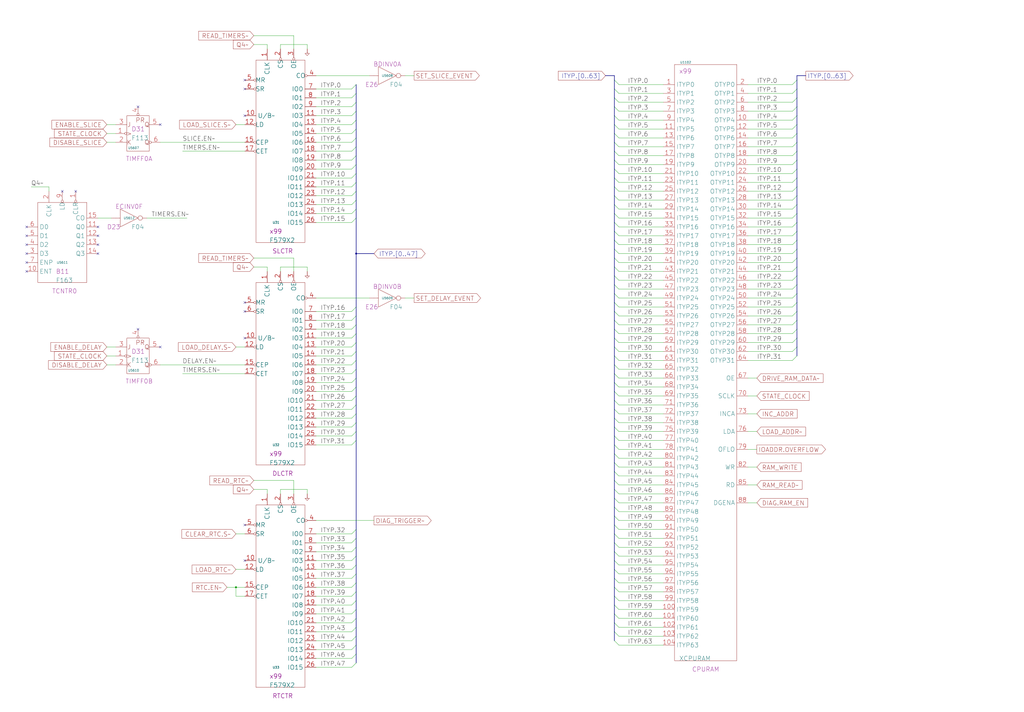
<source format=kicad_sch>
(kicad_sch (version 20230121) (generator eeschema)
  (paper "User" 584.2 406.4)
  (title_block (title "TIMERS") (date "22-SEP-90") (rev "2.0") (comment 1 "IOC") (comment 2 "232-003061") (comment 3 "S400") (comment 4 "RELEASED"))
  (junction (at 203.2 144.78))
  (junction (at 134.62 335.28))
  (no_connect (at 55.88 144.78))
  (no_connect (at 15.24 149.86))
  (no_connect (at 15.24 154.94))
  (no_connect (at 78.74 60.96))
  (no_connect (at 91.44 71.12))
  (no_connect (at 15.24 134.62))
  (no_connect (at 15.24 139.7))
  (no_connect (at 91.44 198.12))
  (no_connect (at 15.24 144.78))
  (no_connect (at 139.7 172.72))
  (no_connect (at 139.7 177.8))
  (no_connect (at 139.7 193.04))
  (no_connect (at 35.56 109.22))
  (no_connect (at 43.18 109.22))
  (no_connect (at 78.74 187.96))
  (no_connect (at 139.7 320.04))
  (no_connect (at 139.7 66.04))
  (no_connect (at 139.7 45.72))
  (no_connect (at 139.7 50.8))
  (no_connect (at 139.7 299.72))
  (no_connect (at 55.88 139.7))
  (no_connect (at 55.88 134.62))
  (no_connect (at 15.24 129.54))
  (no_connect (at 55.88 129.54))
  (bus_entry (at 350.52 269.24) (size 2.54 2.54))
  (bus_entry (at 454.66 203.2) (size -2.54 2.54))
  (bus_entry (at 203.2 180.34) (size -2.54 2.54))
  (bus_entry (at 350.52 71.12) (size 2.54 2.54))
  (bus_entry (at 203.2 58.42) (size -2.54 2.54))
  (bus_entry (at 454.66 111.76) (size -2.54 2.54))
  (bus_entry (at 203.2 302.26) (size -2.54 2.54))
  (bus_entry (at 203.2 68.58) (size -2.54 2.54))
  (bus_entry (at 350.52 45.72) (size 2.54 2.54))
  (bus_entry (at 350.52 345.44) (size 2.54 2.54))
  (bus_entry (at 203.2 48.26) (size -2.54 2.54))
  (bus_entry (at 203.2 220.98) (size -2.54 2.54))
  (bus_entry (at 203.2 109.22) (size -2.54 2.54))
  (bus_entry (at 203.2 200.66) (size -2.54 2.54))
  (bus_entry (at 350.52 167.64) (size 2.54 2.54))
  (bus_entry (at 203.2 226.06) (size -2.54 2.54))
  (bus_entry (at 203.2 195.58) (size -2.54 2.54))
  (bus_entry (at 203.2 124.46) (size -2.54 2.54))
  (bus_entry (at 454.66 76.2) (size -2.54 2.54))
  (bus_entry (at 454.66 187.96) (size -2.54 2.54))
  (bus_entry (at 203.2 307.34) (size -2.54 2.54))
  (bus_entry (at 454.66 162.56) (size -2.54 2.54))
  (bus_entry (at 203.2 236.22) (size -2.54 2.54))
  (bus_entry (at 454.66 193.04) (size -2.54 2.54))
  (bus_entry (at 454.66 91.44) (size -2.54 2.54))
  (bus_entry (at 350.52 248.92) (size 2.54 2.54))
  (bus_entry (at 454.66 152.4) (size -2.54 2.54))
  (bus_entry (at 350.52 213.36) (size 2.54 2.54))
  (bus_entry (at 350.52 91.44) (size 2.54 2.54))
  (bus_entry (at 454.66 198.12) (size -2.54 2.54))
  (bus_entry (at 203.2 78.74) (size -2.54 2.54))
  (bus_entry (at 203.2 312.42) (size -2.54 2.54))
  (bus_entry (at 203.2 119.38) (size -2.54 2.54))
  (bus_entry (at 350.52 254) (size 2.54 2.54))
  (bus_entry (at 350.52 111.76) (size 2.54 2.54))
  (bus_entry (at 350.52 243.84) (size 2.54 2.54))
  (bus_entry (at 454.66 81.28) (size -2.54 2.54))
  (bus_entry (at 350.52 121.92) (size 2.54 2.54))
  (bus_entry (at 350.52 360.68) (size 2.54 2.54))
  (bus_entry (at 350.52 355.6) (size 2.54 2.54))
  (bus_entry (at 350.52 101.6) (size 2.54 2.54))
  (bus_entry (at 350.52 96.52) (size 2.54 2.54))
  (bus_entry (at 454.66 137.16) (size -2.54 2.54))
  (bus_entry (at 350.52 223.52) (size 2.54 2.54))
  (bus_entry (at 454.66 157.48) (size -2.54 2.54))
  (bus_entry (at 350.52 66.04) (size 2.54 2.54))
  (bus_entry (at 203.2 175.26) (size -2.54 2.54))
  (bus_entry (at 454.66 60.96) (size -2.54 2.54))
  (bus_entry (at 350.52 259.08) (size 2.54 2.54))
  (bus_entry (at 203.2 368.3) (size -2.54 2.54))
  (bus_entry (at 350.52 218.44) (size 2.54 2.54))
  (bus_entry (at 350.52 81.28) (size 2.54 2.54))
  (bus_entry (at 203.2 246.38) (size -2.54 2.54))
  (bus_entry (at 350.52 325.12) (size 2.54 2.54))
  (bus_entry (at 350.52 208.28) (size 2.54 2.54))
  (bus_entry (at 454.66 71.12) (size -2.54 2.54))
  (bus_entry (at 350.52 198.12) (size 2.54 2.54))
  (bus_entry (at 350.52 314.96) (size 2.54 2.54))
  (bus_entry (at 350.52 142.24) (size 2.54 2.54))
  (bus_entry (at 203.2 53.34) (size -2.54 2.54))
  (bus_entry (at 454.66 45.72) (size -2.54 2.54))
  (bus_entry (at 350.52 228.6) (size 2.54 2.54))
  (bus_entry (at 454.66 116.84) (size -2.54 2.54))
  (bus_entry (at 350.52 50.8) (size 2.54 2.54))
  (bus_entry (at 203.2 231.14) (size -2.54 2.54))
  (bus_entry (at 203.2 363.22) (size -2.54 2.54))
  (bus_entry (at 203.2 251.46) (size -2.54 2.54))
  (bus_entry (at 350.52 162.56) (size 2.54 2.54))
  (bus_entry (at 454.66 121.92) (size -2.54 2.54))
  (bus_entry (at 350.52 132.08) (size 2.54 2.54))
  (bus_entry (at 203.2 63.5) (size -2.54 2.54))
  (bus_entry (at 203.2 347.98) (size -2.54 2.54))
  (bus_entry (at 350.52 86.36) (size 2.54 2.54))
  (bus_entry (at 454.66 177.8) (size -2.54 2.54))
  (bus_entry (at 454.66 106.68) (size -2.54 2.54))
  (bus_entry (at 350.52 335.28) (size 2.54 2.54))
  (bus_entry (at 454.66 86.36) (size -2.54 2.54))
  (bus_entry (at 203.2 114.3) (size -2.54 2.54))
  (bus_entry (at 203.2 99.06) (size -2.54 2.54))
  (bus_entry (at 454.66 101.6) (size -2.54 2.54))
  (bus_entry (at 350.52 279.4) (size 2.54 2.54))
  (bus_entry (at 203.2 358.14) (size -2.54 2.54))
  (bus_entry (at 350.52 152.4) (size 2.54 2.54))
  (bus_entry (at 350.52 309.88) (size 2.54 2.54))
  (bus_entry (at 350.52 203.2) (size 2.54 2.54))
  (bus_entry (at 350.52 55.88) (size 2.54 2.54))
  (bus_entry (at 454.66 96.52) (size -2.54 2.54))
  (bus_entry (at 454.66 66.04) (size -2.54 2.54))
  (bus_entry (at 350.52 187.96) (size 2.54 2.54))
  (bus_entry (at 203.2 190.5) (size -2.54 2.54))
  (bus_entry (at 203.2 104.14) (size -2.54 2.54))
  (bus_entry (at 350.52 274.32) (size 2.54 2.54))
  (bus_entry (at 454.66 55.88) (size -2.54 2.54))
  (bus_entry (at 350.52 264.16) (size 2.54 2.54))
  (bus_entry (at 454.66 50.8) (size -2.54 2.54))
  (bus_entry (at 203.2 337.82) (size -2.54 2.54))
  (bus_entry (at 350.52 172.72) (size 2.54 2.54))
  (bus_entry (at 350.52 127) (size 2.54 2.54))
  (bus_entry (at 350.52 284.48) (size 2.54 2.54))
  (bus_entry (at 454.66 172.72) (size -2.54 2.54))
  (bus_entry (at 350.52 350.52) (size 2.54 2.54))
  (bus_entry (at 203.2 205.74) (size -2.54 2.54))
  (bus_entry (at 350.52 238.76) (size 2.54 2.54))
  (bus_entry (at 203.2 332.74) (size -2.54 2.54))
  (bus_entry (at 203.2 322.58) (size -2.54 2.54))
  (bus_entry (at 203.2 83.82) (size -2.54 2.54))
  (bus_entry (at 350.52 106.68) (size 2.54 2.54))
  (bus_entry (at 350.52 157.48) (size 2.54 2.54))
  (bus_entry (at 203.2 215.9) (size -2.54 2.54))
  (bus_entry (at 350.52 177.8) (size 2.54 2.54))
  (bus_entry (at 203.2 317.5) (size -2.54 2.54))
  (bus_entry (at 350.52 60.96) (size 2.54 2.54))
  (bus_entry (at 350.52 330.2) (size 2.54 2.54))
  (bus_entry (at 350.52 304.8) (size 2.54 2.54))
  (bus_entry (at 203.2 342.9) (size -2.54 2.54))
  (bus_entry (at 350.52 299.72) (size 2.54 2.54))
  (bus_entry (at 454.66 182.88) (size -2.54 2.54))
  (bus_entry (at 350.52 182.88) (size 2.54 2.54))
  (bus_entry (at 203.2 241.3) (size -2.54 2.54))
  (bus_entry (at 203.2 93.98) (size -2.54 2.54))
  (bus_entry (at 350.52 365.76) (size 2.54 2.54))
  (bus_entry (at 350.52 289.56) (size 2.54 2.54))
  (bus_entry (at 350.52 137.16) (size 2.54 2.54))
  (bus_entry (at 203.2 73.66) (size -2.54 2.54))
  (bus_entry (at 350.52 76.2) (size 2.54 2.54))
  (bus_entry (at 350.52 320.04) (size 2.54 2.54))
  (bus_entry (at 203.2 378.46) (size -2.54 2.54))
  (bus_entry (at 203.2 353.06) (size -2.54 2.54))
  (bus_entry (at 454.66 142.24) (size -2.54 2.54))
  (bus_entry (at 454.66 147.32) (size -2.54 2.54))
  (bus_entry (at 203.2 210.82) (size -2.54 2.54))
  (bus_entry (at 350.52 294.64) (size 2.54 2.54))
  (bus_entry (at 203.2 327.66) (size -2.54 2.54))
  (bus_entry (at 454.66 132.08) (size -2.54 2.54))
  (bus_entry (at 203.2 373.38) (size -2.54 2.54))
  (bus_entry (at 350.52 233.68) (size 2.54 2.54))
  (bus_entry (at 350.52 116.84) (size 2.54 2.54))
  (bus_entry (at 350.52 147.32) (size 2.54 2.54))
  (bus_entry (at 203.2 88.9) (size -2.54 2.54))
  (bus_entry (at 203.2 185.42) (size -2.54 2.54))
  (bus_entry (at 454.66 127) (size -2.54 2.54))
  (bus_entry (at 454.66 167.64) (size -2.54 2.54))
  (bus_entry (at 350.52 340.36) (size 2.54 2.54))
  (bus_entry (at 350.52 193.04) (size 2.54 2.54))
  (wire (pts (xy 426.72 287.02) (xy 431.8 287.02)))
  (wire (pts (xy 353.06 271.78) (xy 378.46 271.78)))
  (bus (pts (xy 350.52 218.44) (xy 350.52 223.52)))
  (bus (pts (xy 203.2 210.82) (xy 203.2 205.74)))
  (wire (pts (xy 180.34 345.44) (xy 200.66 345.44)))
  (bus (pts (xy 203.2 368.3) (xy 203.2 373.38)))
  (wire (pts (xy 452.12 165.1) (xy 426.72 165.1)))
  (wire (pts (xy 426.72 215.9) (xy 431.8 215.9)))
  (bus (pts (xy 203.2 307.34) (xy 203.2 312.42)))
  (bus (pts (xy 203.2 200.66) (xy 203.2 205.74)))
  (wire (pts (xy 180.34 335.28) (xy 200.66 335.28)))
  (bus (pts (xy 350.52 345.44) (xy 350.52 350.52)))
  (bus (pts (xy 350.52 152.4) (xy 350.52 157.48)))
  (bus (pts (xy 350.52 127) (xy 350.52 132.08)))
  (wire (pts (xy 180.34 111.76) (xy 200.66 111.76)))
  (bus (pts (xy 350.52 314.96) (xy 350.52 320.04)))
  (bus (pts (xy 350.52 294.64) (xy 350.52 299.72)))
  (bus (pts (xy 454.66 127) (xy 454.66 132.08)))
  (wire (pts (xy 144.78 147.32) (xy 167.64 147.32)))
  (wire (pts (xy 452.12 83.82) (xy 426.72 83.82)))
  (wire (pts (xy 353.06 160.02) (xy 378.46 160.02)))
  (wire (pts (xy 180.34 91.44) (xy 200.66 91.44)))
  (wire (pts (xy 353.06 170.18) (xy 378.46 170.18)))
  (wire (pts (xy 180.34 340.36) (xy 200.66 340.36)))
  (wire (pts (xy 180.34 375.92) (xy 200.66 375.92)))
  (wire (pts (xy 160.02 27.94) (xy 160.02 25.4)))
  (wire (pts (xy 134.62 335.28) (xy 139.7 335.28)))
  (bus (pts (xy 454.66 116.84) (xy 454.66 121.92)))
  (bus (pts (xy 350.52 259.08) (xy 350.52 264.16)))
  (wire (pts (xy 180.34 320.04) (xy 200.66 320.04)))
  (wire (pts (xy 353.06 205.74) (xy 378.46 205.74)))
  (bus (pts (xy 350.52 254) (xy 350.52 259.08)))
  (wire (pts (xy 353.06 307.34) (xy 378.46 307.34)))
  (bus (pts (xy 350.52 81.28) (xy 350.52 86.36)))
  (wire (pts (xy 452.12 134.62) (xy 426.72 134.62)))
  (bus (pts (xy 350.52 203.2) (xy 350.52 208.28)))
  (bus (pts (xy 454.66 167.64) (xy 454.66 172.72)))
  (wire (pts (xy 180.34 208.28) (xy 200.66 208.28)))
  (wire (pts (xy 353.06 93.98) (xy 378.46 93.98)))
  (wire (pts (xy 452.12 109.22) (xy 426.72 109.22)))
  (wire (pts (xy 180.34 355.6) (xy 200.66 355.6)))
  (wire (pts (xy 452.12 200.66) (xy 426.72 200.66)))
  (wire (pts (xy 160.02 25.4) (xy 175.26 25.4)))
  (wire (pts (xy 353.06 332.74) (xy 378.46 332.74)))
  (wire (pts (xy 91.44 208.28) (xy 139.7 208.28)))
  (wire (pts (xy 426.72 256.54) (xy 431.8 256.54)))
  (bus (pts (xy 203.2 124.46) (xy 203.2 144.78)))
  (bus (pts (xy 454.66 66.04) (xy 454.66 71.12)))
  (bus (pts (xy 203.2 180.34) (xy 203.2 185.42)))
  (wire (pts (xy 180.34 218.44) (xy 200.66 218.44)))
  (wire (pts (xy 353.06 347.98) (xy 378.46 347.98)))
  (wire (pts (xy 353.06 180.34) (xy 378.46 180.34)))
  (wire (pts (xy 180.34 76.2) (xy 200.66 76.2)))
  (wire (pts (xy 452.12 124.46) (xy 426.72 124.46)))
  (wire (pts (xy 452.12 190.5) (xy 426.72 190.5)))
  (wire (pts (xy 353.06 119.38) (xy 378.46 119.38)))
  (wire (pts (xy 353.06 358.14) (xy 378.46 358.14)))
  (wire (pts (xy 175.26 25.4) (xy 175.26 27.94)))
  (bus (pts (xy 454.66 76.2) (xy 454.66 81.28)))
  (bus (pts (xy 350.52 304.8) (xy 350.52 309.88)))
  (wire (pts (xy 353.06 114.3) (xy 378.46 114.3)))
  (wire (pts (xy 180.34 304.8) (xy 200.66 304.8)))
  (wire (pts (xy 353.06 63.5) (xy 378.46 63.5)))
  (wire (pts (xy 426.72 266.7) (xy 431.8 266.7)))
  (wire (pts (xy 180.34 116.84) (xy 200.66 116.84)))
  (wire (pts (xy 353.06 124.46) (xy 378.46 124.46)))
  (wire (pts (xy 353.06 302.26) (xy 378.46 302.26)))
  (bus (pts (xy 203.2 144.78) (xy 203.2 175.26)))
  (wire (pts (xy 452.12 170.18) (xy 426.72 170.18)))
  (bus (pts (xy 203.2 347.98) (xy 203.2 353.06)))
  (bus (pts (xy 203.2 215.9) (xy 203.2 220.98)))
  (wire (pts (xy 353.06 68.58) (xy 378.46 68.58)))
  (bus (pts (xy 203.2 73.66) (xy 203.2 78.74)))
  (wire (pts (xy 452.12 160.02) (xy 426.72 160.02)))
  (wire (pts (xy 180.34 96.52) (xy 200.66 96.52)))
  (wire (pts (xy 353.06 144.78) (xy 378.46 144.78)))
  (wire (pts (xy 452.12 58.42) (xy 426.72 58.42)))
  (wire (pts (xy 353.06 185.42) (xy 378.46 185.42)))
  (wire (pts (xy 353.06 165.1) (xy 378.46 165.1)))
  (wire (pts (xy 452.12 154.94) (xy 426.72 154.94)))
  (wire (pts (xy 167.64 20.32) (xy 167.64 27.94)))
  (bus (pts (xy 350.52 177.8) (xy 350.52 182.88)))
  (wire (pts (xy 452.12 185.42) (xy 426.72 185.42)))
  (bus (pts (xy 350.52 325.12) (xy 350.52 330.2)))
  (wire (pts (xy 180.34 50.8) (xy 200.66 50.8)))
  (bus (pts (xy 203.2 200.66) (xy 203.2 195.58)))
  (bus (pts (xy 454.66 60.96) (xy 454.66 66.04)))
  (bus (pts (xy 203.2 337.82) (xy 203.2 342.9)))
  (bus (pts (xy 350.52 269.24) (xy 350.52 274.32)))
  (bus (pts (xy 454.66 187.96) (xy 454.66 193.04)))
  (bus (pts (xy 203.2 99.06) (xy 203.2 104.14)))
  (wire (pts (xy 180.34 127) (xy 200.66 127)))
  (bus (pts (xy 350.52 71.12) (xy 350.52 76.2)))
  (wire (pts (xy 426.72 236.22) (xy 431.8 236.22)))
  (bus (pts (xy 203.2 312.42) (xy 203.2 317.5)))
  (bus (pts (xy 203.2 220.98) (xy 203.2 226.06)))
  (bus (pts (xy 350.52 187.96) (xy 350.52 193.04)))
  (wire (pts (xy 353.06 190.5) (xy 378.46 190.5)))
  (bus (pts (xy 454.66 81.28) (xy 454.66 86.36)))
  (wire (pts (xy 104.14 213.36) (xy 139.7 213.36)))
  (bus (pts (xy 350.52 91.44) (xy 350.52 96.52)))
  (wire (pts (xy 231.14 170.18) (xy 236.22 170.18)))
  (wire (pts (xy 452.12 180.34) (xy 426.72 180.34)))
  (bus (pts (xy 350.52 238.76) (xy 350.52 243.84)))
  (bus (pts (xy 203.2 63.5) (xy 203.2 68.58)))
  (wire (pts (xy 180.34 243.84) (xy 200.66 243.84)))
  (wire (pts (xy 160.02 152.4) (xy 175.26 152.4)))
  (bus (pts (xy 203.2 226.06) (xy 203.2 231.14)))
  (bus (pts (xy 203.2 363.22) (xy 203.2 368.3)))
  (bus (pts (xy 350.52 66.04) (xy 350.52 71.12)))
  (wire (pts (xy 353.06 256.54) (xy 378.46 256.54)))
  (bus (pts (xy 454.66 177.8) (xy 454.66 182.88)))
  (bus (pts (xy 350.52 121.92) (xy 350.52 127)))
  (wire (pts (xy 27.94 106.68) (xy 27.94 109.22)))
  (wire (pts (xy 60.96 198.12) (xy 66.04 198.12)))
  (wire (pts (xy 353.06 48.26) (xy 378.46 48.26)))
  (wire (pts (xy 452.12 195.58) (xy 426.72 195.58)))
  (wire (pts (xy 180.34 330.2) (xy 200.66 330.2)))
  (wire (pts (xy 353.06 246.38) (xy 378.46 246.38)))
  (bus (pts (xy 350.52 299.72) (xy 350.52 304.8)))
  (wire (pts (xy 180.34 170.18) (xy 210.82 170.18)))
  (wire (pts (xy 160.02 279.4) (xy 175.26 279.4)))
  (bus (pts (xy 350.52 228.6) (xy 350.52 233.68)))
  (bus (pts (xy 350.52 116.84) (xy 350.52 121.92)))
  (wire (pts (xy 452.12 93.98) (xy 426.72 93.98)))
  (bus (pts (xy 350.52 355.6) (xy 350.52 360.68)))
  (wire (pts (xy 353.06 353.06) (xy 378.46 353.06)))
  (wire (pts (xy 160.02 281.94) (xy 160.02 279.4)))
  (wire (pts (xy 180.34 198.12) (xy 200.66 198.12)))
  (wire (pts (xy 152.4 279.4) (xy 152.4 281.94)))
  (bus (pts (xy 350.52 162.56) (xy 350.52 167.64)))
  (wire (pts (xy 60.96 81.28) (xy 66.04 81.28)))
  (wire (pts (xy 452.12 63.5) (xy 426.72 63.5)))
  (wire (pts (xy 353.06 149.86) (xy 378.46 149.86)))
  (bus (pts (xy 203.2 327.66) (xy 203.2 332.74)))
  (wire (pts (xy 353.06 276.86) (xy 378.46 276.86)))
  (bus (pts (xy 345.44 43.18) (xy 350.52 43.18)))
  (wire (pts (xy 353.06 99.06) (xy 378.46 99.06)))
  (bus (pts (xy 350.52 208.28) (xy 350.52 213.36)))
  (wire (pts (xy 134.62 325.12) (xy 139.7 325.12)))
  (wire (pts (xy 353.06 337.82) (xy 378.46 337.82)))
  (wire (pts (xy 353.06 312.42) (xy 378.46 312.42)))
  (wire (pts (xy 353.06 231.14) (xy 378.46 231.14)))
  (wire (pts (xy 452.12 99.06) (xy 426.72 99.06)))
  (wire (pts (xy 60.96 203.2) (xy 66.04 203.2)))
  (wire (pts (xy 144.78 152.4) (xy 152.4 152.4)))
  (wire (pts (xy 353.06 175.26) (xy 378.46 175.26)))
  (wire (pts (xy 134.62 340.36) (xy 134.62 335.28)))
  (wire (pts (xy 180.34 254) (xy 200.66 254)))
  (bus (pts (xy 454.66 121.92) (xy 454.66 127)))
  (wire (pts (xy 180.34 71.12) (xy 200.66 71.12)))
  (wire (pts (xy 353.06 88.9) (xy 378.46 88.9)))
  (bus (pts (xy 454.66 152.4) (xy 454.66 157.48)))
  (bus (pts (xy 350.52 142.24) (xy 350.52 147.32)))
  (wire (pts (xy 353.06 327.66) (xy 378.46 327.66)))
  (bus (pts (xy 203.2 322.58) (xy 203.2 327.66)))
  (wire (pts (xy 353.06 154.94) (xy 378.46 154.94)))
  (wire (pts (xy 353.06 363.22) (xy 378.46 363.22)))
  (bus (pts (xy 350.52 111.76) (xy 350.52 116.84)))
  (wire (pts (xy 180.34 81.28) (xy 200.66 81.28)))
  (wire (pts (xy 353.06 266.7) (xy 378.46 266.7)))
  (bus (pts (xy 203.2 58.42) (xy 203.2 63.5)))
  (bus (pts (xy 454.66 157.48) (xy 454.66 162.56)))
  (wire (pts (xy 452.12 129.54) (xy 426.72 129.54)))
  (wire (pts (xy 353.06 104.14) (xy 378.46 104.14)))
  (bus (pts (xy 350.52 289.56) (xy 350.52 294.64)))
  (bus (pts (xy 203.2 114.3) (xy 203.2 119.38)))
  (wire (pts (xy 180.34 350.52) (xy 200.66 350.52)))
  (bus (pts (xy 350.52 60.96) (xy 350.52 66.04)))
  (bus (pts (xy 203.2 231.14) (xy 203.2 236.22)))
  (wire (pts (xy 353.06 287.02) (xy 378.46 287.02)))
  (wire (pts (xy 180.34 121.92) (xy 200.66 121.92)))
  (bus (pts (xy 454.66 91.44) (xy 454.66 96.52)))
  (wire (pts (xy 353.06 129.54) (xy 378.46 129.54)))
  (wire (pts (xy 104.14 86.36) (xy 139.7 86.36)))
  (bus (pts (xy 203.2 373.38) (xy 203.2 378.46)))
  (wire (pts (xy 144.78 279.4) (xy 152.4 279.4)))
  (bus (pts (xy 350.52 309.88) (xy 350.52 314.96)))
  (wire (pts (xy 60.96 208.28) (xy 66.04 208.28)))
  (wire (pts (xy 353.06 58.42) (xy 378.46 58.42)))
  (bus (pts (xy 350.52 335.28) (xy 350.52 340.36)))
  (wire (pts (xy 17.78 106.68) (xy 27.94 106.68)))
  (wire (pts (xy 160.02 154.94) (xy 160.02 152.4)))
  (wire (pts (xy 180.34 55.88) (xy 200.66 55.88)))
  (wire (pts (xy 353.06 109.22) (xy 378.46 109.22)))
  (bus (pts (xy 454.66 45.72) (xy 454.66 50.8)))
  (bus (pts (xy 350.52 137.16) (xy 350.52 142.24)))
  (wire (pts (xy 353.06 83.82) (xy 378.46 83.82)))
  (wire (pts (xy 452.12 139.7) (xy 426.72 139.7)))
  (bus (pts (xy 454.66 142.24) (xy 454.66 147.32)))
  (wire (pts (xy 134.62 71.12) (xy 139.7 71.12)))
  (bus (pts (xy 203.2 175.26) (xy 203.2 180.34)))
  (bus (pts (xy 203.2 210.82) (xy 203.2 215.9)))
  (wire (pts (xy 353.06 134.62) (xy 378.46 134.62)))
  (wire (pts (xy 452.12 119.38) (xy 426.72 119.38)))
  (bus (pts (xy 350.52 101.6) (xy 350.52 106.68)))
  (wire (pts (xy 353.06 297.18) (xy 378.46 297.18)))
  (wire (pts (xy 452.12 88.9) (xy 426.72 88.9)))
  (wire (pts (xy 91.44 81.28) (xy 139.7 81.28)))
  (bus (pts (xy 203.2 358.14) (xy 203.2 363.22)))
  (bus (pts (xy 350.52 243.84) (xy 350.52 248.92)))
  (wire (pts (xy 180.34 370.84) (xy 200.66 370.84)))
  (wire (pts (xy 180.34 193.04) (xy 200.66 193.04)))
  (wire (pts (xy 353.06 195.58) (xy 378.46 195.58)))
  (wire (pts (xy 144.78 274.32) (xy 167.64 274.32)))
  (wire (pts (xy 353.06 368.3) (xy 378.46 368.3)))
  (bus (pts (xy 350.52 132.08) (xy 350.52 137.16)))
  (bus (pts (xy 454.66 86.36) (xy 454.66 91.44)))
  (wire (pts (xy 353.06 236.22) (xy 378.46 236.22)))
  (bus (pts (xy 454.66 43.18) (xy 454.66 45.72)))
  (bus (pts (xy 350.52 279.4) (xy 350.52 284.48)))
  (wire (pts (xy 353.06 53.34) (xy 378.46 53.34)))
  (wire (pts (xy 180.34 381) (xy 200.66 381)))
  (wire (pts (xy 353.06 322.58) (xy 378.46 322.58)))
  (wire (pts (xy 144.78 20.32) (xy 167.64 20.32)))
  (wire (pts (xy 353.06 73.66) (xy 378.46 73.66)))
  (bus (pts (xy 203.2 109.22) (xy 203.2 114.3)))
  (wire (pts (xy 180.34 233.68) (xy 200.66 233.68)))
  (bus (pts (xy 350.52 43.18) (xy 350.52 45.72)))
  (wire (pts (xy 180.34 177.8) (xy 200.66 177.8)))
  (wire (pts (xy 353.06 139.7) (xy 378.46 139.7)))
  (wire (pts (xy 353.06 210.82) (xy 378.46 210.82)))
  (bus (pts (xy 350.52 193.04) (xy 350.52 198.12)))
  (wire (pts (xy 180.34 182.88) (xy 200.66 182.88)))
  (bus (pts (xy 454.66 106.68) (xy 454.66 111.76)))
  (bus (pts (xy 350.52 157.48) (xy 350.52 162.56)))
  (bus (pts (xy 350.52 213.36) (xy 350.52 218.44)))
  (bus (pts (xy 454.66 111.76) (xy 454.66 116.84)))
  (wire (pts (xy 180.34 101.6) (xy 200.66 101.6)))
  (bus (pts (xy 454.66 137.16) (xy 454.66 142.24)))
  (wire (pts (xy 353.06 215.9) (xy 378.46 215.9)))
  (bus (pts (xy 203.2 124.46) (xy 203.2 119.38)))
  (bus (pts (xy 454.66 132.08) (xy 454.66 137.16)))
  (wire (pts (xy 180.34 43.18) (xy 210.82 43.18)))
  (wire (pts (xy 167.64 274.32) (xy 167.64 281.94)))
  (wire (pts (xy 180.34 365.76) (xy 200.66 365.76)))
  (bus (pts (xy 350.52 167.64) (xy 350.52 172.72)))
  (bus (pts (xy 203.2 78.74) (xy 203.2 83.82)))
  (bus (pts (xy 350.52 223.52) (xy 350.52 228.6)))
  (bus (pts (xy 203.2 241.3) (xy 203.2 246.38)))
  (wire (pts (xy 152.4 152.4) (xy 152.4 154.94)))
  (bus (pts (xy 454.66 198.12) (xy 454.66 203.2)))
  (wire (pts (xy 452.12 175.26) (xy 426.72 175.26)))
  (wire (pts (xy 180.34 314.96) (xy 200.66 314.96)))
  (bus (pts (xy 203.2 241.3) (xy 203.2 236.22)))
  (wire (pts (xy 353.06 220.98) (xy 378.46 220.98)))
  (wire (pts (xy 353.06 261.62) (xy 378.46 261.62)))
  (wire (pts (xy 180.34 309.88) (xy 200.66 309.88)))
  (bus (pts (xy 350.52 76.2) (xy 350.52 81.28)))
  (wire (pts (xy 426.72 246.38) (xy 431.8 246.38)))
  (wire (pts (xy 180.34 325.12) (xy 200.66 325.12)))
  (bus (pts (xy 350.52 233.68) (xy 350.52 238.76)))
  (bus (pts (xy 350.52 330.2) (xy 350.52 335.28)))
  (wire (pts (xy 452.12 48.26) (xy 426.72 48.26)))
  (wire (pts (xy 180.34 238.76) (xy 200.66 238.76)))
  (bus (pts (xy 454.66 43.18) (xy 459.74 43.18)))
  (bus (pts (xy 454.66 182.88) (xy 454.66 187.96)))
  (wire (pts (xy 180.34 203.2) (xy 200.66 203.2)))
  (bus (pts (xy 203.2 190.5) (xy 203.2 195.58)))
  (bus (pts (xy 454.66 172.72) (xy 454.66 177.8)))
  (wire (pts (xy 180.34 228.6) (xy 200.66 228.6)))
  (wire (pts (xy 180.34 223.52) (xy 200.66 223.52)))
  (wire (pts (xy 129.54 335.28) (xy 134.62 335.28)))
  (wire (pts (xy 452.12 53.34) (xy 426.72 53.34)))
  (bus (pts (xy 203.2 251.46) (xy 203.2 246.38)))
  (bus (pts (xy 203.2 302.26) (xy 203.2 307.34)))
  (wire (pts (xy 426.72 226.06) (xy 431.8 226.06)))
  (bus (pts (xy 203.2 53.34) (xy 203.2 58.42)))
  (bus (pts (xy 350.52 264.16) (xy 350.52 269.24)))
  (bus (pts (xy 350.52 50.8) (xy 350.52 55.88)))
  (wire (pts (xy 353.06 226.06) (xy 378.46 226.06)))
  (wire (pts (xy 60.96 76.2) (xy 66.04 76.2)))
  (bus (pts (xy 203.2 332.74) (xy 203.2 337.82)))
  (wire (pts (xy 353.06 292.1) (xy 378.46 292.1)))
  (wire (pts (xy 452.12 114.3) (xy 426.72 114.3)))
  (bus (pts (xy 454.66 50.8) (xy 454.66 55.88)))
  (wire (pts (xy 134.62 198.12) (xy 139.7 198.12)))
  (bus (pts (xy 350.52 340.36) (xy 350.52 345.44)))
  (wire (pts (xy 139.7 340.36) (xy 134.62 340.36)))
  (bus (pts (xy 350.52 172.72) (xy 350.52 177.8)))
  (bus (pts (xy 454.66 71.12) (xy 454.66 76.2)))
  (wire (pts (xy 144.78 25.4) (xy 152.4 25.4)))
  (bus (pts (xy 203.2 302.26) (xy 203.2 251.46)))
  (bus (pts (xy 454.66 55.88) (xy 454.66 60.96)))
  (bus (pts (xy 350.52 86.36) (xy 350.52 91.44)))
  (wire (pts (xy 180.34 60.96) (xy 200.66 60.96)))
  (bus (pts (xy 203.2 48.26) (xy 203.2 53.34)))
  (wire (pts (xy 353.06 251.46) (xy 378.46 251.46)))
  (bus (pts (xy 350.52 248.92) (xy 350.52 254)))
  (wire (pts (xy 60.96 71.12) (xy 66.04 71.12)))
  (bus (pts (xy 350.52 320.04) (xy 350.52 325.12)))
  (wire (pts (xy 353.06 317.5) (xy 378.46 317.5)))
  (bus (pts (xy 454.66 147.32) (xy 454.66 152.4)))
  (bus (pts (xy 203.2 342.9) (xy 203.2 347.98)))
  (wire (pts (xy 452.12 73.66) (xy 426.72 73.66)))
  (bus (pts (xy 350.52 96.52) (xy 350.52 101.6)))
  (bus (pts (xy 350.52 274.32) (xy 350.52 279.4)))
  (bus (pts (xy 454.66 162.56) (xy 454.66 167.64)))
  (bus (pts (xy 203.2 88.9) (xy 203.2 93.98)))
  (wire (pts (xy 180.34 360.68) (xy 200.66 360.68)))
  (wire (pts (xy 452.12 144.78) (xy 426.72 144.78)))
  (wire (pts (xy 452.12 104.14) (xy 426.72 104.14)))
  (wire (pts (xy 353.06 281.94) (xy 378.46 281.94)))
  (bus (pts (xy 203.2 185.42) (xy 203.2 190.5)))
  (wire (pts (xy 134.62 304.8) (xy 139.7 304.8)))
  (wire (pts (xy 180.34 86.36) (xy 200.66 86.36)))
  (wire (pts (xy 353.06 241.3) (xy 378.46 241.3)))
  (bus (pts (xy 454.66 96.52) (xy 454.66 101.6)))
  (bus (pts (xy 203.2 68.58) (xy 203.2 73.66)))
  (wire (pts (xy 452.12 149.86) (xy 426.72 149.86)))
  (wire (pts (xy 180.34 106.68) (xy 200.66 106.68)))
  (wire (pts (xy 231.14 43.18) (xy 236.22 43.18)))
  (bus (pts (xy 203.2 104.14) (xy 203.2 109.22)))
  (wire (pts (xy 180.34 248.92) (xy 200.66 248.92)))
  (wire (pts (xy 452.12 205.74) (xy 426.72 205.74)))
  (bus (pts (xy 350.52 147.32) (xy 350.52 152.4)))
  (bus (pts (xy 350.52 360.68) (xy 350.52 365.76)))
  (bus (pts (xy 454.66 193.04) (xy 454.66 198.12)))
  (wire (pts (xy 55.88 124.46) (xy 63.5 124.46)))
  (bus (pts (xy 203.2 93.98) (xy 203.2 99.06)))
  (bus (pts (xy 350.52 182.88) (xy 350.52 187.96)))
  (wire (pts (xy 353.06 78.74) (xy 378.46 78.74)))
  (bus (pts (xy 350.52 350.52) (xy 350.52 355.6)))
  (wire (pts (xy 167.64 147.32) (xy 167.64 154.94)))
  (bus (pts (xy 350.52 106.68) (xy 350.52 111.76)))
  (wire (pts (xy 452.12 68.58) (xy 426.72 68.58)))
  (wire (pts (xy 180.34 297.18) (xy 213.36 297.18)))
  (bus (pts (xy 454.66 101.6) (xy 454.66 106.68)))
  (wire (pts (xy 83.82 124.46) (xy 106.68 124.46)))
  (bus (pts (xy 350.52 55.88) (xy 350.52 60.96)))
  (bus (pts (xy 203.2 144.78) (xy 213.36 144.78)))
  (wire (pts (xy 175.26 279.4) (xy 175.26 281.94)))
  (wire (pts (xy 180.34 213.36) (xy 200.66 213.36)))
  (wire (pts (xy 353.06 200.66) (xy 378.46 200.66)))
  (wire (pts (xy 152.4 25.4) (xy 152.4 27.94)))
  (bus (pts (xy 203.2 317.5) (xy 203.2 322.58)))
  (wire (pts (xy 180.34 66.04) (xy 200.66 66.04)))
  (bus (pts (xy 350.52 45.72) (xy 350.52 50.8)))
  (bus (pts (xy 350.52 198.12) (xy 350.52 203.2)))
  (wire (pts (xy 426.72 276.86) (xy 431.8 276.86)))
  (bus (pts (xy 350.52 284.48) (xy 350.52 289.56)))
  (wire (pts (xy 175.26 152.4) (xy 175.26 154.94)))
  (wire (pts (xy 180.34 187.96) (xy 200.66 187.96)))
  (bus (pts (xy 203.2 83.82) (xy 203.2 88.9)))
  (wire (pts (xy 353.06 342.9) (xy 378.46 342.9)))
  (wire (pts (xy 452.12 78.74) (xy 426.72 78.74)))
  (bus (pts (xy 203.2 353.06) (xy 203.2 358.14)))
  (label "ITYP.31" (at 431.8 205.74 0) (effects (font (size 2.54 2.54))))
  (label "ITYP.18" (at 358.14 139.7 0) (effects (font (size 2.54 2.54))))
  (label "ITYP.59" (at 358.14 347.98 0) (effects (font (size 2.54 2.54))))
  (label "ITYP.23" (at 182.88 213.36 0) (effects (font (size 2.54 2.54))))
  (label "ITYP.12" (at 431.8 109.22 0) (effects (font (size 2.54 2.54))))
  (label "ITYP.29" (at 358.14 195.58 0) (effects (font (size 2.54 2.54))))
  (label "ITYP.40" (at 358.14 251.46 0) (effects (font (size 2.54 2.54))))
  (label "ITYP.31" (at 182.88 254 0) (effects (font (size 2.54 2.54))))
  (label "ITYP.8" (at 182.88 91.44 0) (effects (font (size 2.54 2.54))))
  (label "ITYP.9" (at 358.14 93.98 0) (effects (font (size 2.54 2.54))))
  (label "ITYP.48" (at 358.14 292.1 0) (effects (font (size 2.54 2.54))))
  (label "ITYP.22" (at 358.14 160.02 0) (effects (font (size 2.54 2.54))))
  (label "ITYP.35" (at 182.88 320.04 0) (effects (font (size 2.54 2.54))))
  (label "ITYP.28" (at 431.8 190.5 0) (effects (font (size 2.54 2.54))))
  (label "ITYP.31" (at 358.14 205.74 0) (effects (font (size 2.54 2.54))))
  (label "ITYP.27" (at 431.8 185.42 0) (effects (font (size 2.54 2.54))))
  (label "ITYP.15" (at 182.88 127 0) (effects (font (size 2.54 2.54))))
  (label "ITYP.29" (at 431.8 195.58 0) (effects (font (size 2.54 2.54))))
  (label "ITYP.8" (at 358.14 88.9 0) (effects (font (size 2.54 2.54))))
  (label "ITYP.36" (at 358.14 231.14 0) (effects (font (size 2.54 2.54))))
  (label "ITYP.15" (at 431.8 124.46 0) (effects (font (size 2.54 2.54))))
  (label "ITYP.19" (at 431.8 144.78 0) (effects (font (size 2.54 2.54))))
  (label "ITYP.47" (at 358.14 287.02 0) (effects (font (size 2.54 2.54))))
  (label "ITYP.52" (at 358.14 312.42 0) (effects (font (size 2.54 2.54))))
  (label "ITYP.16" (at 431.8 129.54 0) (effects (font (size 2.54 2.54))))
  (label "ITYP.34" (at 182.88 314.96 0) (effects (font (size 2.54 2.54))))
  (label "ITYP.5" (at 431.8 73.66 0) (effects (font (size 2.54 2.54))))
  (label "ITYP.38" (at 358.14 241.3 0) (effects (font (size 2.54 2.54))))
  (label "ITYP.51" (at 358.14 307.34 0) (effects (font (size 2.54 2.54))))
  (label "ITYP.7" (at 182.88 86.36 0) (effects (font (size 2.54 2.54))))
  (label "ITYP.17" (at 431.8 134.62 0) (effects (font (size 2.54 2.54))))
  (label "ITYP.11" (at 431.8 104.14 0) (effects (font (size 2.54 2.54))))
  (label "ITYP.7" (at 358.14 83.82 0) (effects (font (size 2.54 2.54))))
  (label "ITYP.25" (at 182.88 223.52 0) (effects (font (size 2.54 2.54))))
  (label "ITYP.16" (at 182.88 177.8 0) (effects (font (size 2.54 2.54))))
  (label "ITYP.22" (at 182.88 208.28 0) (effects (font (size 2.54 2.54))))
  (label "ITYP.5" (at 358.14 73.66 0) (effects (font (size 2.54 2.54))))
  (label "ITYP.49" (at 358.14 297.18 0) (effects (font (size 2.54 2.54))))
  (label "ITYP.6" (at 182.88 81.28 0) (effects (font (size 2.54 2.54))))
  (label "ITYP.44" (at 358.14 271.78 0) (effects (font (size 2.54 2.54))))
  (label "ITYP.30" (at 358.14 200.66 0) (effects (font (size 2.54 2.54))))
  (label "ITYP.39" (at 358.14 246.38 0) (effects (font (size 2.54 2.54))))
  (label "ITYP.12" (at 358.14 109.22 0) (effects (font (size 2.54 2.54))))
  (label "ITYP.37" (at 182.88 330.2 0) (effects (font (size 2.54 2.54))))
  (label "ITYP.19" (at 182.88 193.04 0) (effects (font (size 2.54 2.54))))
  (label "ITYP.2" (at 182.88 60.96 0) (effects (font (size 2.54 2.54))))
  (label "ITYP.46" (at 182.88 375.92 0) (effects (font (size 2.54 2.54))))
  (label "ITYP.37" (at 358.14 236.22 0) (effects (font (size 2.54 2.54))))
  (label "ITYP.17" (at 182.88 182.88 0) (effects (font (size 2.54 2.54))))
  (label "ITYP.9" (at 431.8 93.98 0) (effects (font (size 2.54 2.54))))
  (label "ITYP.46" (at 358.14 281.94 0) (effects (font (size 2.54 2.54))))
  (label "ITYP.55" (at 358.14 327.66 0) (effects (font (size 2.54 2.54))))
  (label "ITYP.60" (at 358.14 353.06 0) (effects (font (size 2.54 2.54))))
  (label "ITYP.25" (at 431.8 175.26 0) (effects (font (size 2.54 2.54))))
  (label "ITYP.19" (at 358.14 144.78 0) (effects (font (size 2.54 2.54))))
  (label "ITYP.7" (at 431.8 83.82 0) (effects (font (size 2.54 2.54))))
  (label "TIMERS.EN~" (at 104.14 213.36 0) (effects (font (size 2.54 2.54))))
  (label "ITYP.47" (at 182.88 381 0) (effects (font (size 2.54 2.54))))
  (label "ITYP.27" (at 182.88 233.68 0) (effects (font (size 2.54 2.54))))
  (label "ITYP.61" (at 358.14 358.14 0) (effects (font (size 2.54 2.54))))
  (label "ITYP.41" (at 182.88 350.52 0) (effects (font (size 2.54 2.54))))
  (label "ITYP.34" (at 358.14 220.98 0) (effects (font (size 2.54 2.54))))
  (label "ITYP.13" (at 358.14 114.3 0) (effects (font (size 2.54 2.54))))
  (label "ITYP.41" (at 358.14 256.54 0) (effects (font (size 2.54 2.54))))
  (label "ITYP.24" (at 431.8 170.18 0) (effects (font (size 2.54 2.54))))
  (label "ITYP.42" (at 358.14 261.62 0) (effects (font (size 2.54 2.54))))
  (label "TIMERS.EN~" (at 104.14 86.36 0) (effects (font (size 2.54 2.54))))
  (label "ITYP.35" (at 358.14 226.06 0) (effects (font (size 2.54 2.54))))
  (label "ITYP.44" (at 182.88 365.76 0) (effects (font (size 2.54 2.54))))
  (label "ITYP.53" (at 358.14 317.5 0) (effects (font (size 2.54 2.54))))
  (label "ITYP.62" (at 358.14 363.22 0) (effects (font (size 2.54 2.54))))
  (label "ITYP.20" (at 358.14 149.86 0) (effects (font (size 2.54 2.54))))
  (label "ITYP.1" (at 358.14 53.34 0) (effects (font (size 2.54 2.54))))
  (label "ITYP.6" (at 431.8 78.74 0) (effects (font (size 2.54 2.54))))
  (label "ITYP.14" (at 358.14 119.38 0) (effects (font (size 2.54 2.54))))
  (label "ITYP.58" (at 358.14 342.9 0) (effects (font (size 2.54 2.54))))
  (label "SLICE.EN~" (at 104.14 81.28 0) (effects (font (size 2.54 2.54))))
  (label "ITYP.20" (at 431.8 149.86 0) (effects (font (size 2.54 2.54))))
  (label "ITYP.1" (at 431.8 53.34 0) (effects (font (size 2.54 2.54))))
  (label "ITYP.21" (at 358.14 154.94 0) (effects (font (size 2.54 2.54))))
  (label "ITYP.30" (at 182.88 248.92 0) (effects (font (size 2.54 2.54))))
  (label "ITYP.0" (at 431.8 48.26 0) (effects (font (size 2.54 2.54))))
  (label "ITYP.18" (at 431.8 139.7 0) (effects (font (size 2.54 2.54))))
  (label "ITYP.6" (at 358.14 78.74 0) (effects (font (size 2.54 2.54))))
  (label "ITYP.3" (at 431.8 63.5 0) (effects (font (size 2.54 2.54))))
  (label "ITYP.22" (at 431.8 160.02 0) (effects (font (size 2.54 2.54))))
  (label "ITYP.10" (at 431.8 99.06 0) (effects (font (size 2.54 2.54))))
  (label "ITYP.24" (at 358.14 170.18 0) (effects (font (size 2.54 2.54))))
  (label "ITYP.29" (at 182.88 243.84 0) (effects (font (size 2.54 2.54))))
  (label "ITYP.56" (at 358.14 332.74 0) (effects (font (size 2.54 2.54))))
  (label "ITYP.14" (at 182.88 121.92 0) (effects (font (size 2.54 2.54))))
  (label "ITYP.26" (at 182.88 228.6 0) (effects (font (size 2.54 2.54))))
  (label "ITYP.20" (at 182.88 198.12 0) (effects (font (size 2.54 2.54))))
  (label "DELAY.EN~" (at 104.14 208.28 0) (effects (font (size 2.54 2.54))))
  (label "ITYP.33" (at 358.14 215.9 0) (effects (font (size 2.54 2.54))))
  (label "ITYP.39" (at 182.88 340.36 0) (effects (font (size 2.54 2.54))))
  (label "ITYP.16" (at 358.14 129.54 0) (effects (font (size 2.54 2.54))))
  (label "ITYP.43" (at 358.14 266.7 0) (effects (font (size 2.54 2.54))))
  (label "ITYP.32" (at 358.14 210.82 0) (effects (font (size 2.54 2.54))))
  (label "ITYP.4" (at 431.8 68.58 0) (effects (font (size 2.54 2.54))))
  (label "ITYP.9" (at 182.88 96.52 0) (effects (font (size 2.54 2.54))))
  (label "ITYP.15" (at 358.14 124.46 0) (effects (font (size 2.54 2.54))))
  (label "ITYP.25" (at 358.14 175.26 0) (effects (font (size 2.54 2.54))))
  (label "ITYP.63" (at 358.14 368.3 0) (effects (font (size 2.54 2.54))))
  (label "ITYP.8" (at 431.8 88.9 0) (effects (font (size 2.54 2.54))))
  (label "ITYP.24" (at 182.88 218.44 0) (effects (font (size 2.54 2.54))))
  (label "ITYP.30" (at 431.8 200.66 0) (effects (font (size 2.54 2.54))))
  (label "ITYP.40" (at 182.88 345.44 0) (effects (font (size 2.54 2.54))))
  (label "ITYP.11" (at 358.14 104.14 0) (effects (font (size 2.54 2.54))))
  (label "ITYP.2" (at 431.8 58.42 0) (effects (font (size 2.54 2.54))))
  (label "ITYP.36" (at 182.88 325.12 0) (effects (font (size 2.54 2.54))))
  (label "ITYP.32" (at 182.88 304.8 0) (effects (font (size 2.54 2.54))))
  (label "ITYP.17" (at 358.14 134.62 0) (effects (font (size 2.54 2.54))))
  (label "ITYP.54" (at 358.14 322.58 0) (effects (font (size 2.54 2.54))))
  (label "ITYP.14" (at 431.8 119.38 0) (effects (font (size 2.54 2.54))))
  (label "ITYP.2" (at 358.14 58.42 0) (effects (font (size 2.54 2.54))))
  (label "ITYP.4" (at 182.88 71.12 0) (effects (font (size 2.54 2.54))))
  (label "ITYP.26" (at 358.14 180.34 0) (effects (font (size 2.54 2.54))))
  (label "ITYP.12" (at 182.88 111.76 0) (effects (font (size 2.54 2.54))))
  (label "ITYP.26" (at 431.8 180.34 0) (effects (font (size 2.54 2.54))))
  (label "ITYP.28" (at 358.14 190.5 0) (effects (font (size 2.54 2.54))))
  (label "ITYP.38" (at 182.88 335.28 0) (effects (font (size 2.54 2.54))))
  (label "ITYP.43" (at 182.88 360.68 0) (effects (font (size 2.54 2.54))))
  (label "ITYP.18" (at 182.88 187.96 0) (effects (font (size 2.54 2.54))))
  (label "ITYP.27" (at 358.14 185.42 0) (effects (font (size 2.54 2.54))))
  (label "ITYP.3" (at 358.14 63.5 0) (effects (font (size 2.54 2.54))))
  (label "ITYP.0" (at 182.88 50.8 0) (effects (font (size 2.54 2.54))))
  (label "ITYP.5" (at 182.88 76.2 0) (effects (font (size 2.54 2.54))))
  (label "ITYP.33" (at 182.88 309.88 0) (effects (font (size 2.54 2.54))))
  (label "ITYP.42" (at 182.88 355.6 0) (effects (font (size 2.54 2.54))))
  (label "TIMERS.EN~" (at 86.36 124.46 0) (effects (font (size 2.54 2.54))))
  (label "ITYP.23" (at 358.14 165.1 0) (effects (font (size 2.54 2.54))))
  (label "ITYP.13" (at 182.88 116.84 0) (effects (font (size 2.54 2.54))))
  (label "Q4~" (at 17.78 106.68 0) (effects (font (size 2.54 2.54))))
  (label "ITYP.23" (at 431.8 165.1 0) (effects (font (size 2.54 2.54))))
  (label "ITYP.10" (at 182.88 101.6 0) (effects (font (size 2.54 2.54))))
  (label "ITYP.1" (at 182.88 55.88 0) (effects (font (size 2.54 2.54))))
  (label "ITYP.11" (at 182.88 106.68 0) (effects (font (size 2.54 2.54))))
  (label "ITYP.0" (at 358.14 48.26 0) (effects (font (size 2.54 2.54))))
  (label "ITYP.50" (at 358.14 302.26 0) (effects (font (size 2.54 2.54))))
  (label "ITYP.3" (at 182.88 66.04 0) (effects (font (size 2.54 2.54))))
  (label "ITYP.45" (at 182.88 370.84 0) (effects (font (size 2.54 2.54))))
  (label "ITYP.4" (at 358.14 68.58 0) (effects (font (size 2.54 2.54))))
  (label "ITYP.21" (at 431.8 154.94 0) (effects (font (size 2.54 2.54))))
  (label "ITYP.57" (at 358.14 337.82 0) (effects (font (size 2.54 2.54))))
  (label "ITYP.10" (at 358.14 99.06 0) (effects (font (size 2.54 2.54))))
  (label "ITYP.21" (at 182.88 203.2 0) (effects (font (size 2.54 2.54))))
  (label "ITYP.45" (at 358.14 276.86 0) (effects (font (size 2.54 2.54))))
  (label "ITYP.13" (at 431.8 114.3 0) (effects (font (size 2.54 2.54))))
  (label "ITYP.28" (at 182.88 238.76 0) (effects (font (size 2.54 2.54))))
  (global_label "DISABLE_DELAY" (shape input) (at 60.96 208.28 180) (effects (font (size 2.54 2.54))) (property "Intersheetrefs" "${INTERSHEET_REFS}" (at 27.7102 208.1213 0) (effects (font (size 1.905 1.905)) (justify right))))
  (global_label "CLEAR_RTC.S~" (shape input) (at 134.62 304.8 180) (effects (font (size 2.54 2.54))) (property "Intersheetrefs" "${INTERSHEET_REFS}" (at 103.7892 304.6413 0) (effects (font (size 1.905 1.905)) (justify right))))
  (global_label "SET_DELAY_EVENT" (shape output) (at 236.22 170.18 0) (effects (font (size 2.54 2.54))) (property "Intersheetrefs" "${INTERSHEET_REFS}" (at 274.187 170.0213 0) (effects (font (size 1.905 1.905)) (justify left))))
  (global_label "READ_TIMERS~" (shape input) (at 144.78 147.32 180) (effects (font (size 2.54 2.54))) (property "Intersheetrefs" "${INTERSHEET_REFS}" (at 113.3445 147.1613 0) (effects (font (size 1.905 1.905)) (justify right))))
  (global_label "SET_SLICE_EVENT" (shape output) (at 236.22 43.18 0) (effects (font (size 2.54 2.54))) (property "Intersheetrefs" "${INTERSHEET_REFS}" (at 273.4612 43.0213 0) (effects (font (size 1.905 1.905)) (justify left))))
  (global_label "INC_ADDR" (shape input) (at 431.8 236.22 0) (effects (font (size 2.54 2.54))) (property "Intersheetrefs" "${INTERSHEET_REFS}" (at 454.7689 236.0613 0) (effects (font (size 1.905 1.905)) (justify left))))
  (global_label "Q4~" (shape input) (at 144.78 152.4 180) (effects (font (size 2.54 2.54))) (property "Intersheetrefs" "${INTERSHEET_REFS}" (at 126.8911 152.2413 0) (effects (font (size 1.905 1.905)) (justify right))))
  (global_label "Q4~" (shape input) (at 144.78 279.4 180) (effects (font (size 2.54 2.54))) (property "Intersheetrefs" "${INTERSHEET_REFS}" (at 126.8911 279.2413 0) (effects (font (size 1.905 1.905)) (justify right))))
  (global_label "LOAD_ADDR~" (shape input) (at 431.8 246.38 0) (effects (font (size 2.54 2.54))) (property "Intersheetrefs" "${INTERSHEET_REFS}" (at 459.607 246.2213 0) (effects (font (size 1.905 1.905)) (justify left))))
  (global_label "IOADDR.OVERFLOW" (shape output) (at 431.8 256.54 0) (effects (font (size 2.54 2.54))) (property "Intersheetrefs" "${INTERSHEET_REFS}" (at 470.9765 256.3813 0) (effects (font (size 1.905 1.905)) (justify left))))
  (global_label "DIAG.RAM_EN" (shape input) (at 431.8 287.02 0) (effects (font (size 2.54 2.54))) (property "Intersheetrefs" "${INTERSHEET_REFS}" (at 460.8165 287.1787 0) (effects (font (size 1.905 1.905)) (justify left))))
  (global_label "READ_RTC~" (shape input) (at 144.78 274.32 180) (effects (font (size 2.54 2.54))) (property "Intersheetrefs" "${INTERSHEET_REFS}" (at 119.634 274.1613 0) (effects (font (size 1.905 1.905)) (justify right))))
  (global_label "STATE_CLOCK" (shape input) (at 60.96 76.2 180) (effects (font (size 2.54 2.54))) (property "Intersheetrefs" "${INTERSHEET_REFS}" (at 31.0969 76.0413 0) (effects (font (size 1.905 1.905)) (justify right))))
  (global_label "LOAD_RTC~" (shape input) (at 134.62 325.12 180) (effects (font (size 2.54 2.54))) (property "Intersheetrefs" "${INTERSHEET_REFS}" (at 109.595 324.9613 0) (effects (font (size 1.905 1.905)) (justify right))))
  (global_label "LOAD_SLICE.S~" (shape input) (at 134.62 71.12 180) (effects (font (size 2.54 2.54))) (property "Intersheetrefs" "${INTERSHEET_REFS}" (at 102.4588 70.9613 0) (effects (font (size 1.905 1.905)) (justify right))))
  (global_label "RTC.EN~" (shape input) (at 129.54 335.28 180) (effects (font (size 2.54 2.54))) (property "Intersheetrefs" "${INTERSHEET_REFS}" (at 109.7159 335.1213 0) (effects (font (size 1.905 1.905)) (justify right))))
  (global_label "RAM_READ~" (shape input) (at 431.8 276.86 0) (effects (font (size 2.54 2.54))) (property "Intersheetrefs" "${INTERSHEET_REFS}" (at 458.7257 276.86 0) (effects (font (size 1.905 1.905)) (justify left))))
  (global_label "STATE_CLOCK" (shape input) (at 431.8 226.06 0) (effects (font (size 2.54 2.54))) (property "Intersheetrefs" "${INTERSHEET_REFS}" (at 461.6631 225.9013 0) (effects (font (size 1.905 1.905)) (justify left))))
  (global_label "ITYP.[0..63]" (shape output) (at 459.74 43.18 0) (effects (font (size 2.54 2.54))) (property "Intersheetrefs" "${INTERSHEET_REFS}" (at 487.8749 43.18 0) (effects (font (size 1.905 1.905)) (justify left))))
  (global_label "ITYP.[0..63]" (shape input) (at 345.44 43.18 180) (effects (font (size 2.54 2.54))) (property "Intersheetrefs" "${INTERSHEET_REFS}" (at 317.3051 43.18 0) (effects (font (size 1.905 1.905)) (justify right))))
  (global_label "LOAD_DELAY.S~" (shape input) (at 134.62 198.12 180) (effects (font (size 2.54 2.54))) (property "Intersheetrefs" "${INTERSHEET_REFS}" (at 101.733 197.9613 0) (effects (font (size 1.905 1.905)) (justify right))))
  (global_label "Q4~" (shape input) (at 144.78 25.4 180) (effects (font (size 2.54 2.54))) (property "Intersheetrefs" "${INTERSHEET_REFS}" (at 126.8911 25.2413 0) (effects (font (size 1.905 1.905)) (justify right))))
  (global_label "DRIVE_RAM_DATA~" (shape input) (at 431.8 215.9 0) (effects (font (size 2.54 2.54))) (property "Intersheetrefs" "${INTERSHEET_REFS}" (at 469.525 215.7413 0) (effects (font (size 1.905 1.905)) (justify left))))
  (global_label "STATE_CLOCK" (shape input) (at 60.96 203.2 180) (effects (font (size 2.54 2.54))) (property "Intersheetrefs" "${INTERSHEET_REFS}" (at 31.0969 203.0413 0) (effects (font (size 1.905 1.905)) (justify right))))
  (global_label "DIAG_TRIGGER~" (shape output) (at 213.36 297.18 0) (effects (font (size 2.54 2.54))) (property "Intersheetrefs" "${INTERSHEET_REFS}" (at 246.005 297.0213 0) (effects (font (size 1.905 1.905)) (justify left))))
  (global_label "ITYP.[0..47]" (shape bidirectional) (at 213.36 144.78 0) (effects (font (size 2.54 2.54))) (property "Intersheetrefs" "${INTERSHEET_REFS}" (at 240.3203 144.6213 0) (effects (font (size 1.905 1.905)) (justify left))))
  (global_label "DISABLE_SLICE" (shape input) (at 60.96 81.28 180) (effects (font (size 2.54 2.54))) (property "Intersheetrefs" "${INTERSHEET_REFS}" (at 28.4359 81.1213 0) (effects (font (size 1.905 1.905)) (justify right))))
  (global_label "ENABLE_DELAY" (shape input) (at 60.96 198.12 180) (effects (font (size 2.54 2.54))) (property "Intersheetrefs" "${INTERSHEET_REFS}" (at 28.9197 197.9613 0) (effects (font (size 1.905 1.905)) (justify right))))
  (global_label "READ_TIMERS~" (shape input) (at 144.78 20.32 180) (effects (font (size 2.54 2.54))) (property "Intersheetrefs" "${INTERSHEET_REFS}" (at 113.3445 20.1613 0) (effects (font (size 1.905 1.905)) (justify right))))
  (global_label "ENABLE_SLICE" (shape input) (at 60.96 71.12 180) (effects (font (size 2.54 2.54))) (property "Intersheetrefs" "${INTERSHEET_REFS}" (at 29.6454 70.9613 0) (effects (font (size 1.905 1.905)) (justify right))))
  (global_label "RAM_WRITE" (shape input) (at 431.8 266.7 0) (effects (font (size 2.54 2.54))) (property "Intersheetrefs" "${INTERSHEET_REFS}" (at 457.067 266.5413 0) (effects (font (size 1.905 1.905)) (justify left))))
  (symbol (lib_id "r1000:F04") (at 220.98 170.18 0) (unit 1)
    (property "Reference" "U5609" (at 220.98 170.18 0))
    (property "Value" "F04" (at 222.25 175.26 0) (effects (font (size 2.54 2.54)) (justify left)))
    (property "Location" "E26" (at 208.28 175.26 0) (effects (font (size 2.54 2.54)) (justify left)))
    (property "Name" "BDINV0B" (at 220.98 165.1 0) (effects (font (size 2.54 2.54)) (justify bottom)))
  )
  (symbol (lib_id "r1000:F113") (at 76.2 73.66 0) (unit 1)
    (property "Reference" "U5607" (at 76.2 84.455 0))
    (property "Value" "F113" (at 74.93 78.74 0) (effects (font (size 2.54 2.54)) (justify left)))
    (property "Location" "D31" (at 74.93 73.66 0) (effects (font (size 2.54 2.54)) (justify left)))
    (property "Name" "TIMFF0A" (at 79.375 92.075 0) (effects (font (size 2.54 2.54)) (justify bottom)))
  )
  (symbol (lib_id "r1000:F113") (at 76.2 200.66 0) (unit 1)
    (property "Reference" "U5610" (at 76.2 211.455 0))
    (property "Value" "F113" (at 74.93 205.74 0) (effects (font (size 2.54 2.54)) (justify left)))
    (property "Location" "D31" (at 74.93 200.66 0) (effects (font (size 2.54 2.54)) (justify left)))
    (property "Name" "TIMFF0B" (at 79.375 219.075 0) (effects (font (size 2.54 2.54)) (justify bottom)))
  )
  (symbol (lib_id "r1000:PD") (at 175.26 154.94 0) (unit 1) (in_bom no)
    (property "Reference" "#PWR014" (effects hide))
    (property "Value" "PD" (effects hide))
  )
  (symbol (lib_id "r1000:F579X2") (at 154.94 259.08 0) (unit 1)
    (property "Reference" "U32" (at 157.48 254 0))
    (property "Value" "F579X2" (at 153.67 264.16 0) (effects (font (size 2.54 2.54)) (justify left)))
    (property "Location" "x99" (at 153.67 259.08 0) (effects (font (size 2.54 2.54)) (justify left)))
    (property "Name" "DLCTR" (at 161.29 271.78 0) (effects (font (size 2.54 2.54)) (justify bottom)))
  )
  (symbol (lib_id "r1000:PD") (at 175.26 27.94 0) (unit 1) (in_bom no)
    (property "Reference" "#PWR011" (effects hide))
    (property "Value" "PD" (effects hide))
  )
  (symbol (lib_id "r1000:F04") (at 220.98 43.18 0) (unit 1)
    (property "Reference" "U5608" (at 220.98 43.18 0))
    (property "Value" "F04" (at 222.25 48.26 0) (effects (font (size 2.54 2.54)) (justify left)))
    (property "Location" "E26" (at 208.28 48.26 0) (effects (font (size 2.54 2.54)) (justify left)))
    (property "Name" "BDINV0A" (at 220.98 38.1 0) (effects (font (size 2.54 2.54)) (justify bottom)))
  )
  (symbol (lib_id "r1000:F579X2") (at 154.94 132.08 0) (unit 1)
    (property "Reference" "U31" (at 157.48 127 0))
    (property "Value" "F579X2" (at 153.67 137.16 0) (effects (font (size 2.54 2.54)) (justify left)))
    (property "Location" "x99" (at 153.67 132.08 0) (effects (font (size 2.54 2.54)) (justify left)))
    (property "Name" "SLCTR" (at 161.29 144.78 0) (effects (font (size 2.54 2.54)) (justify bottom)))
  )
  (symbol (lib_id "r1000:F163") (at 33.02 154.94 0) (unit 1)
    (property "Reference" "U5611" (at 35.56 149.86 0))
    (property "Value" "F163" (at 31.75 160.02 0) (effects (font (size 2.54 2.54)) (justify left)))
    (property "Location" "B11" (at 31.75 154.94 0) (effects (font (size 2.54 2.54)) (justify left)))
    (property "Name" "TCNTR0" (at 36.83 167.64 0) (effects (font (size 2.54 2.54)) (justify bottom)))
  )
  (symbol (lib_id "r1000:F579X2") (at 154.94 386.08 0) (unit 1)
    (property "Reference" "U33" (at 157.48 381 0))
    (property "Value" "F579X2" (at 153.67 391.16 0) (effects (font (size 2.54 2.54)) (justify left)))
    (property "Location" "x99" (at 153.67 386.08 0) (effects (font (size 2.54 2.54)) (justify left)))
    (property "Name" "RTCTR" (at 161.29 398.78 0) (effects (font (size 2.54 2.54)) (justify bottom)))
  )
  (symbol (lib_id "r1000:PD") (at 175.26 281.94 0) (unit 1) (in_bom no)
    (property "Reference" "#PWR05611" (effects hide))
    (property "Value" "PD" (effects hide))
  )
  (symbol (lib_id "r1000:XCPURAM") (at 388.62 40.64 0) (unit 1)
    (property "Reference" "U1102" (at 391.16 35.56 0))
    (property "Value" "XCPURAM" (at 387.35 375.92 0) (effects (font (size 2.54 2.54)) (justify left)))
    (property "Location" "x99" (at 387.35 40.64 0) (effects (font (size 2.54 2.54)) (justify left)))
    (property "Name" "CPURAM" (at 402.59 383.54 0) (effects (font (size 2.54 2.54)) (justify bottom)))
  )
  (symbol (lib_id "r1000:F04") (at 73.66 124.46 0) (unit 1)
    (property "Reference" "U5612" (at 73.66 124.46 0))
    (property "Value" "F04" (at 74.93 129.54 0) (effects (font (size 2.54 2.54)) (justify left)))
    (property "Location" "D23" (at 60.96 129.54 0) (effects (font (size 2.54 2.54)) (justify left)))
    (property "Name" "ECINV0F" (at 73.66 119.38 0) (effects (font (size 2.54 2.54)) (justify bottom)))
  )
)
</source>
